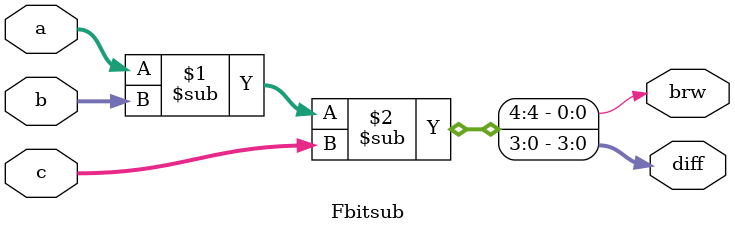
<source format=v>
module Fbitsub(a,b,c,diff,brw);
  input [3:0] a,b,c;

  output [3:0]diff;
output brw;
  assign {brw,diff}=a-b-c;
endmodule

</source>
